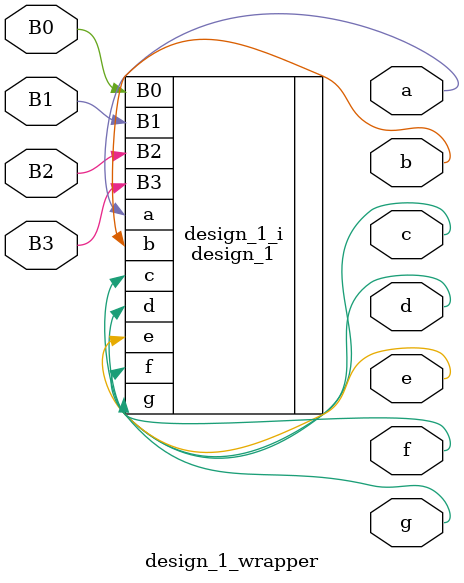
<source format=v>
`timescale 1 ps / 1 ps

module design_1_wrapper
   (B0,
    B1,
    B2,
    B3,
    a,
    b,
    c,
    d,
    e,
    f,
    g);
  input B0;
  input B1;
  input B2;
  input B3;
  output a;
  output b;
  output c;
  output d;
  output e;
  output f;
  output g;

  wire B0;
  wire B1;
  wire B2;
  wire B3;
  wire a;
  wire b;
  wire c;
  wire d;
  wire e;
  wire f;
  wire g;

  design_1 design_1_i
       (.B0(B0),
        .B1(B1),
        .B2(B2),
        .B3(B3),
        .a(a),
        .b(b),
        .c(c),
        .d(d),
        .e(e),
        .f(f),
        .g(g));
endmodule

</source>
